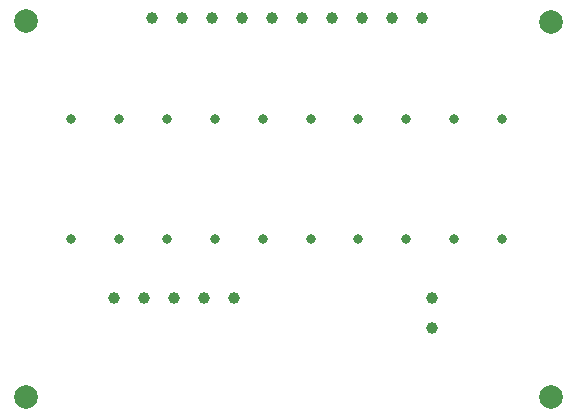
<source format=gbr>
%TF.GenerationSoftware,KiCad,Pcbnew,8.0.3*%
%TF.CreationDate,2024-07-19T22:27:08-04:00*%
%TF.ProjectId,DCPPowerBoard,44435050-6f77-4657-9242-6f6172642e6b,rev?*%
%TF.SameCoordinates,Original*%
%TF.FileFunction,Plated,1,2,PTH,Drill*%
%TF.FilePolarity,Positive*%
%FSLAX46Y46*%
G04 Gerber Fmt 4.6, Leading zero omitted, Abs format (unit mm)*
G04 Created by KiCad (PCBNEW 8.0.3) date 2024-07-19 22:27:08*
%MOMM*%
%LPD*%
G01*
G04 APERTURE LIST*
%TA.AperFunction,ComponentDrill*%
%ADD10C,0.800000*%
%TD*%
%TA.AperFunction,ComponentDrill*%
%ADD11C,1.000000*%
%TD*%
%TA.AperFunction,ViaDrill*%
%ADD12C,2.000000*%
%TD*%
G04 APERTURE END LIST*
D10*
%TO.C,R26*%
X74470000Y-54090000D03*
X74470000Y-64250000D03*
%TO.C,R25*%
X78520000Y-54090000D03*
X78520000Y-64250000D03*
%TO.C,R24*%
X82570000Y-54090000D03*
X82570000Y-64250000D03*
%TO.C,R23*%
X86620000Y-54090000D03*
X86620000Y-64250000D03*
%TO.C,R22*%
X90670000Y-54090000D03*
X90670000Y-64250000D03*
%TO.C,R21*%
X94720000Y-54090000D03*
X94720000Y-64250000D03*
%TO.C,R20*%
X98770000Y-54090000D03*
X98770000Y-64250000D03*
%TO.C,R19*%
X102820000Y-54090000D03*
X102820000Y-64250000D03*
%TO.C,R18*%
X106870000Y-54090000D03*
X106870000Y-64250000D03*
%TO.C,R17*%
X110920000Y-54090000D03*
X110920000Y-64250000D03*
D11*
%TO.C,J2*%
X78052339Y-69250000D03*
X80592339Y-69250000D03*
%TO.C,J1*%
X81260000Y-45500000D03*
%TO.C,J2*%
X83132339Y-69250000D03*
%TO.C,J1*%
X83800000Y-45500000D03*
%TO.C,J2*%
X85672339Y-69250000D03*
%TO.C,J1*%
X86340000Y-45500000D03*
%TO.C,J2*%
X88212339Y-69250000D03*
%TO.C,J1*%
X88880000Y-45500000D03*
X91420000Y-45500000D03*
X93960000Y-45500000D03*
X96500000Y-45500000D03*
X99040000Y-45500000D03*
X101580000Y-45500000D03*
X104120000Y-45500000D03*
%TO.C,J7*%
X104962339Y-69260000D03*
X104962339Y-71800000D03*
%TD*%
D12*
X70586860Y-77614129D03*
X70597871Y-45807355D03*
X115085742Y-45829871D03*
X115092520Y-77621118D03*
M02*

</source>
